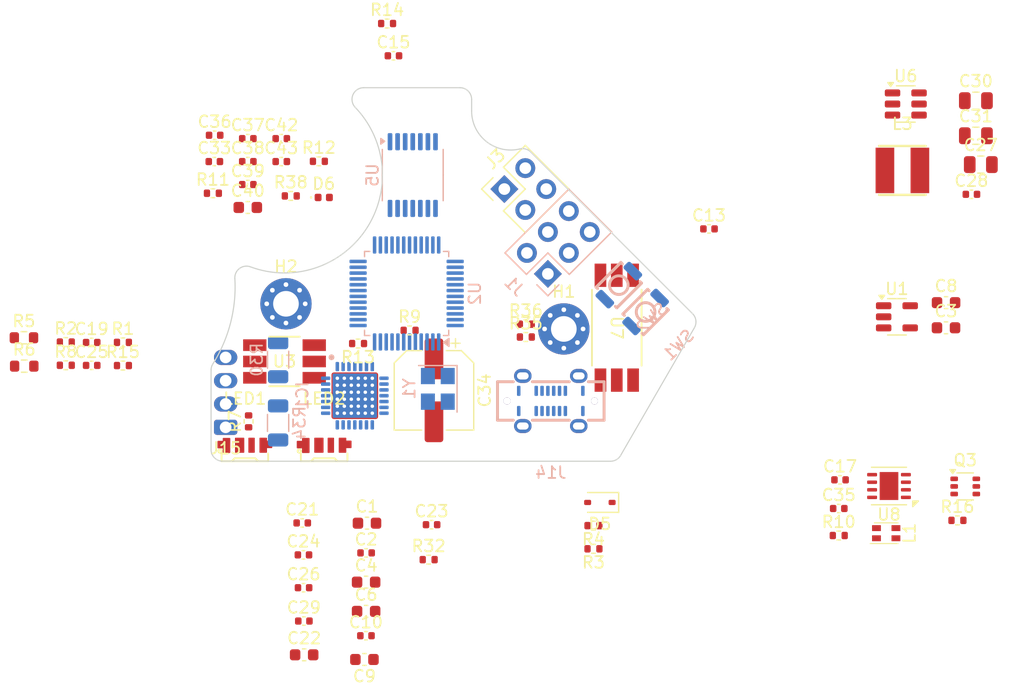
<source format=kicad_pcb>
(kicad_pcb (version 20241229) (generator "pcbnew") (generator_version "9.0")
  (layers (0 "F.Cu" signal) (4 "In1.Cu" signal) (6 "In2.Cu" signal) (2 "B.Cu" signal) (13 "F.Paste" user) (15 "B.Paste" user) (5 "F.SilkS" user "F.Silkscreen") (7 "B.SilkS" user "B.Silkscreen") (1 "F.Mask" user) (3 "B.Mask" user) (25 "Edge.Cuts" user))
  (net 0 "")
  (net 1 "GND")
  (net 2 "Net-(IC1-5VOUT)")
  (net 3 "Net-(IC1-CPI)")
  (net 4 "Net-(IC1-CPO)")
  (net 5 "Net-(IC1-VCP)")
  (net 6 "STEP_1_B2")
  (net 7 "STEP_1_B1")
  (net 8 "STEP_1_A2")
  (net 9 "STEP_1_A1")
  (net 10 "Net-(D5-A)")
  (net 11 "TMC_ENN")
  (net 12 "TMC_DIR")
  (net 13 "TMC_DIAG")
  (net 14 "TMC_UART")
  (net 15 "TMC_STEP")
  (net 21 "Net-(J14-CC2)")
  (net 22 "Net-(J14-CC1)")
  (net 23 "Net-(D6-A)")
  (net 24 "Net-(U2-PA11)")
  (net 25 "Net-(U2-PA12)")
  (net 26 "Net-(U2-PA2)")
  (net 28 "AS_SCK")
  (net 30 "DEBUG_SWO")
  (net 32 "TMC_BRB")
  (net 33 "TMC_BRA")
  (net 34 "USB_D-")
  (net 35 "USB_D+")
  (net 36 "CAN_TX")
  (net 37 "CAN_RX")
  (net 38 "Net-(Q3-S1)")
  (net 39 "CAN_H")
  (net 40 "CAN_L")
  (net 41 "VDC")
  (net 42 "+5V")
  (net 43 "+3V3")
  (net 45 "DEBUG_SWCLK")
  (net 46 "DEBUG_SWDIO")
  (net 47 "BOOT_0")
  (net 48 "BOOT_1")
  (net 49 "NRST")
  (net 50 "HSE_OSC_OUT")
  (net 51 "HSE_OSC_IN")
  (net 52 "AS_NSS")
  (net 53 "LED_0")
  (net 56 "Net-(U7-ANODE)")
  (net 57 "Net-(U3-ANODE)")
  (net 60 "CAN_TRM")
  (net 61 "Net-(U8-CANL)")
  (net 63 "ENDSTOP_Z")
  (net 64 "ENDSTOP_X")
  (net 66 "Net-(U8-CANH)")
  (net 69 "AS_MISO")
  (net 70 "AS_MOSI")
  (net 79 "Net-(U6-BST)")
  (net 80 "Net-(U6-SW)")
  (net 81 "LED_DIN")
  (net 82 "CAN_TRM_L")
  (net 83 "Net-(U3-OUTPUT)")
  (net 84 "Net-(U7-OUTPUT)")
  (net 85 "Net-(LED1-DOUT)")
  (net 86 "Net-(U2-PA4)")
  (footprint "Capacitor_SMD:C_0603_1608Metric" (layer "F.Cu") (at 156.74 113.11)
    (property "Reference" "C3" (at 0 -1.43 0) (layer "F.SilkS"))
    (property "Value" "1uF 16V")
    (pad "1" smd roundrect (at -0.775 0) (size 0.9 0.95) (layers "F.Cu" "F.Mask" "F.Paste") (net 42 "+5V"))
    (pad "2" smd roundrect (at 0.775 0) (size 0.9 0.95) (layers "F.Cu" "F.Mask" "F.Paste") (net 1 "GND"))
  )
  (footprint "Capacitor_SMD:C_0402_1005Metric" (layer "F.Cu") (at 109.345 89.76)
    (property "Reference" "C15" (at 0 -1.16 0) (layer "F.SilkS"))
    (property "Value" "0.1uF 50V")
    (pad "1" smd roundrect (at -0.48 0) (size 0.56 0.62) (layers "F.Cu" "F.Mask" "F.Paste") (net 1 "GND"))
    (pad "2" smd roundrect (at 0.48 0) (size 0.56 0.62) (layers "F.Cu" "F.Mask" "F.Paste") (net 43 "+3V3"))
  )
  (footprint "Capacitor_SMD:C_0402_1005Metric" (layer "F.Cu") (at 99.7225 98.84)
    (property "Reference" "C43" (at 0 -1.16 0) (layer "F.SilkS"))
    (property "Value" "16pF 50V")
    (pad "1" smd roundrect (at -0.48 0) (size 0.56 0.62) (layers "F.Cu" "F.Mask" "F.Paste") (net 50 "HSE_OSC_OUT"))
    (pad "2" smd roundrect (at 0.48 0) (size 0.56 0.62) (layers "F.Cu" "F.Mask" "F.Paste") (net 1 "GND"))
  )
  (footprint "Capacitor_SMD:C_0805_2012Metric" (layer "F.Cu") (at 159.725 99.1)
    (property "Reference" "C27" (at 0 -1.68 0) (layer "F.SilkS"))
    (property "Value" "10uF 50V")
    (pad "1" smd roundrect (at -0.95 0) (size 1 1.45) (layers "F.Cu" "F.Mask" "F.Paste") (net 41 "VDC"))
    (pad "2" smd roundrect (at 0.95 0) (size 1 1.45) (layers "F.Cu" "F.Mask" "F.Paste") (net 1 "GND"))
  )
  (footprint "Package_TO_SOT_SMD:SOT-363_SC-70-6" (layer "F.Cu") (at 158.39 126.725)
    (property "Reference" "Q3" (at 0 -2.25 0) (layer "F.SilkS"))
    (property "Value" "BSS138AKDW")
    (pad "1" smd roundrect (at -0.95 -0.65) (size 0.65 0.4) (layers "F.Cu" "F.Mask" "F.Paste") (net 38 "Net-(Q3-S1)"))
    (pad "2" smd roundrect (at -0.95 0) (size 0.65 0.4) (layers "F.Cu" "F.Mask" "F.Paste") (net 60 "CAN_TRM"))
    (pad "3" smd roundrect (at -0.95 0.65) (size 0.65 0.4) (layers "F.Cu" "F.Mask" "F.Paste") (net 82 "CAN_TRM_L"))
    (pad "4" smd roundrect (at 0.95 0.65) (size 0.65 0.4) (layers "F.Cu" "F.Mask" "F.Paste") (net 38 "Net-(Q3-S1)"))
    (pad "5" smd roundrect (at 0.95 0) (size 0.65 0.4) (layers "F.Cu" "F.Mask" "F.Paste") (net 60 "CAN_TRM"))
    (pad "6" smd roundrect (at 0.95 -0.65) (size 0.65 0.4) (layers "F.Cu" "F.Mask" "F.Paste") (net 39 "CAN_H"))
  )
  (footprint "Resistor_SMD:R_0402_1005Metric" (layer "F.Cu") (at 81.24 114.335)
    (property "Reference" "R2" (at 0 -1.17 0) (layer "F.SilkS"))
    (property "Value" "10K")
    (pad "1" smd roundrect (at -0.51 0) (size 0.54 0.64) (layers "F.Cu" "F.Mask" "F.Paste") (net 43 "+3V3"))
    (pad "2" smd roundrect (at 0.51 0) (size 0.54 0.64) (layers "F.Cu" "F.Mask" "F.Paste") (net 63 "ENDSTOP_Z"))
  )
  (footprint "Vortac:IND-SMD_L4.0-W4.0_FNR40XXS" (layer "F.Cu") (at 153 99.6)
    (property "Reference" "L3" (at 0 -4 0) (layer "F.SilkS"))
    (property "Value" "4.7uH")
    (pad "1" smd rect (at -1.5 0) (size 1.6 3.9) (layers "F.Cu" "F.Mask" "F.Paste") (net 80 "Net-(U6-SW)"))
    (pad "2" smd rect (at 1.5 0) (size 1.6 3.9) (layers "F.Cu" "F.Mask" "F.Paste") (net 42 "+5V"))
  )
  (footprint "Vortac:Motor_Hand_Wire_pads" (layer "F.Cu") (at 94.95 121.65 180)
    (property "Reference" "J15" (at 0 -1.8 180) (layer "F.SilkS"))
    (property "Value" "STEPPER")
    (pad "1" thru_hole roundrect (at 0 0 180) (size 2 1.3) (drill 1) (layers "*.Cu" "*.Mask") (roundrect_rratio 0.192308) (net 8 "STEP_1_A2"))
    (pad "2" thru_hole oval (at 0 2 180) (size 2 1.3) (drill 1) (layers "*.Cu" "*.Mask") (net 9 "STEP_1_A1"))
    (pad "3" thru_hole oval (at 0 4 180) (size 2 1.3) (drill 1) (layers "*.Cu" "*.Mask") (net 7 "STEP_1_B1"))
    (pad "4" thru_hole oval (at 0 6 180) (size 2 1.3) (drill 1) (layers "*.Cu" "*.Mask") (net 6 "STEP_1_B2"))
  )
  (footprint "Capacitor_SMD:CP_Elec_6.3x7.7" (layer "F.Cu") (at 112.82 118.48 -90)
    (property "Reference" "C34" (at 0 -4.35 270) (layer "F.SilkS"))
    (property "Value" "100uF 35V")
    (pad "1" smd roundrect (at -2.7 0 270) (size 3.5 1.6) (layers "F.Cu" "F.Mask" "F.Paste") (roundrect_rratio 0.15625) (net 41 "VDC"))
    (pad "2" smd roundrect (at 2.7 0 270) (size 3.5 1.6) (layers "F.Cu" "F.Mask" "F.Paste") (roundrect_rratio 0.15625) (net 1 "GND"))
  )
  (footprint "Capacitor_SMD:C_0402_1005Metric" (layer "F.Cu") (at 112.615 130.01)
    (property "Reference" "C23" (at 0 -1.16 0) (layer "F.SilkS"))
    (property "Value" "22nF 50V")
    (pad "1" smd roundrect (at -0.48 0) (size 0.56 0.62) (layers "F.Cu" "F.Mask" "F.Paste") (net 3 "Net-(IC1-CPI)"))
    (pad "2" smd roundrect (at 0.48 0) (size 0.56 0.62) (layers "F.Cu" "F.Mask" "F.Paste") (net 4 "Net-(IC1-CPO)"))
  )
  (footprint "Capacitor_SMD:C_0603_1608Metric" (layer "F.Cu") (at 156.745 110.95)
    (property "Reference" "C8" (at 0 -1.43 0) (layer "F.SilkS"))
    (property "Value" "1uF 16V")
    (pad "1" smd roundrect (at -0.775 0) (size 0.9 0.95) (layers "F.Cu" "F.Mask" "F.Paste") (net 43 "+3V3"))
    (pad "2" smd roundrect (at 0.775 0) (size 0.9 0.95) (layers "F.Cu" "F.Mask" "F.Paste") (net 1 "GND"))
  )
  (footprint "Resistor_SMD:R_0402_1005Metric" (layer "F.Cu") (at 157.72 129.64)
    (property "Reference" "R16" (at 0 -1.17 0) (layer "F.SilkS"))
    (property "Value" "10K")
    (pad "1" smd roundrect (at -0.51 0) (size 0.54 0.64) (layers "F.Cu" "F.Mask" "F.Paste") (net 43 "+3V3"))
    (pad "2" smd roundrect (at 0.51 0) (size 0.54 0.64) (layers "F.Cu" "F.Mask" "F.Paste") (net 60 "CAN_TRM"))
  )
  (footprint "Capacitor_SMD:C_0402_1005Metric" (layer "F.Cu") (at 99.7225 96.87)
    (property "Reference" "C42" (at 0 -1.16 0) (layer "F.SilkS"))
    (property "Value" "16pF 50V")
    (pad "1" smd roundrect (at -0.48 0) (size 0.56 0.62) (layers "F.Cu" "F.Mask" "F.Paste") (net 51 "HSE_OSC_IN"))
    (pad "2" smd roundrect (at 0.48 0) (size 0.56 0.62) (layers "F.Cu" "F.Mask" "F.Paste") (net 1 "GND"))
  )
  (footprint "Capacitor_SMD:C_0805_2012Metric" (layer "F.Cu") (at 159.3025 96.625)
    (property "Reference" "C31" (at 0 -1.68 0) (layer "F.SilkS"))
    (property "Value" "22uF 16V")
    (pad "1" smd roundrect (at -0.95 0) (size 1 1.45) (layers "F.Cu" "F.Mask" "F.Paste") (net 42 "+5V"))
    (pad "2" smd roundrect (at 0.95 0) (size 1 1.45) (layers "F.Cu" "F.Mask" "F.Paste") (net 1 "GND"))
  )
  (footprint "Capacitor_SMD:C_0402_1005Metric" (layer "F.Cu") (at 147.65 126.16)
    (property "Reference" "C17" (at 0 -1.16 0) (layer "F.SilkS"))
    (property "Value" "0.1uF 50V")
    (pad "1" smd roundrect (at -0.48 0) (size 0.56 0.62) (layers "F.Cu" "F.Mask" "F.Paste") (net 42 "+5V"))
    (pad "2" smd roundrect (at 0.48 0) (size 0.56 0.62) (layers "F.Cu" "F.Mask" "F.Paste") (net 1 "GND"))
  )
  (footprint "Resistor_SMD:R_0402_1005Metric" (layer "F.Cu") (at 147.54 130.94)
    (property "Reference" "R10" (at 0 -1.17 0) (layer "F.SilkS"))
    (property "Value" "110R")
    (pad "1" smd roundrect (at -0.51 0) (size 0.54 0.64) (layers "F.Cu" "F.Mask" "F.Paste") (net 40 "CAN_L"))
    (pad "2" smd roundrect (at 0.51 0) (size 0.54 0.64) (layers "F.Cu" "F.Mask" "F.Paste") (net 82 "CAN_TRM_L"))
  )
  (footprint "Capacitor_SMD:C_0402_1005Metric" (layer "F.Cu") (at 136.41 104.62)
    (property "Reference" "C13" (at 0 -1.16 0) (layer "F.SilkS"))
    (property "Value" "0.1uF 50V")
    (pad "1" smd roundrect (at -0.48 0) (size 0.56 0.62) (layers "F.Cu" "F.Mask" "F.Paste") (net 49 "NRST"))
    (pad "2" smd roundrect (at 0.48 0) (size 0.56 0.62) (layers "F.Cu" "F.Mask" "F.Paste") (net 1 "GND"))
  )
  (footprint "Resistor_SMD:R_0402_1005Metric" (layer "F.Cu") (at 112.365 133.01)
    (property "Reference" "R32" (at 0 -1.17 0) (layer "F.SilkS"))
    (property "Value" "10K")
    (pad "1" smd roundrect (at -0.51 0) (size 0.54 0.64) (layers "F.Cu" "F.Mask" "F.Paste") (net 11 "TMC_ENN"))
    (pad "2" smd roundrect (at 0.51 0) (size 0.54 0.64) (layers "F.Cu" "F.Mask" "F.Paste") (net 43 "+3V3"))
  )
  (footprint "Capacitor_SMD:C_0603_1608Metric" (layer "F.Cu") (at 107 134.94)
    (property "Reference" "C4" (at 0 -1.43 0) (layer "F.SilkS"))
    (property "Value" "470pF 100V")
    (pad "1" smd roundrect (at -0.775 0) (size 0.9 0.95) (layers "F.Cu" "F.Mask" "F.Paste") (net 9 "STEP_1_A1"))
    (pad "2" smd roundrect (at 0.775 0) (size 0.9 0.95) (layers "F.Cu" "F.Mask" "F.Paste") (net 1 "GND"))
  )
  (footprint "Resistor_SMD:R_0402_1005Metric" (layer "F.Cu") (at 120.7 112.8)
    (property "Reference" "R36" (at 0 -1.17 0) (layer "F.SilkS"))
    (property "Value" "22R")
    (pad "1" smd roundrect (at -0.51 0) (size 0.54 0.64) (layers "F.Cu" "F.Mask" "F.Paste") (net 35 "USB_D+"))
    (pad "2" smd roundrect (at 0.51 0) (size 0.54 0.64) (layers "F.Cu" "F.Mask" "F.Paste") (net 25 "Net-(U2-PA12)"))
  )
  (footprint "Resistor_SMD:R_0603_1608Metric" (layer "F.Cu") (at 77.675 116.4)
    (property "Reference" "R6" (at 0 -1.43 0) (layer "F.SilkS"))
    (property "Value" "330R")
    (pad "1" smd roundrect (at -0.825 0) (size 0.8 0.95) (layers "F.Cu" "F.Mask" "F.Paste") (net 42 "+5V"))
    (pad "2" smd roundrect (at 0.825 0) (size 0.8 0.95) (layers "F.Cu" "F.Mask" "F.Paste") (net 57 "Net-(U3-ANODE)"))
  )
  (footprint "Resistor_SMD:R_0603_1608Metric" (layer "F.Cu") (at 77.65 113.965)
    (property "Reference" "R5" (at 0 -1.43 0) (layer "F.SilkS"))
    (property "Value" "330R")
    (pad "1" smd roundrect (at -0.825 0) (size 0.8 0.95) (layers "F.Cu" "F.Mask" "F.Paste") (net 42 "+5V"))
    (pad "2" smd roundrect (at 0.825 0) (size 0.8 0.95) (layers "F.Cu" "F.Mask" "F.Paste") (net 56 "Net-(U7-ANODE)"))
  )
  (footprint "Resistor_SMD:R_0402_1005Metric" (layer "F.Cu") (at 106.31 114.46 180)
    (property "Reference" "R13" (at 0 -1.17 180) (layer "F.SilkS"))
    (property "Value" "1K")
    (pad "1" smd roundrect (at -0.51 0 180) (size 0.54 0.64) (layers "F.Cu" "F.Mask" "F.Paste") (net 26 "Net-(U2-PA2)"))
    (pad "2" smd roundrect (at 0.51 0 180) (size 0.54 0.64) (layers "F.Cu" "F.Mask" "F.Paste") (net 14 "TMC_UART"))
  )
  (footprint "Resistor_SMD:R_0402_1005Metric" (layer "F.Cu") (at 120.7 113.9)
    (property "Reference" "R35" (at 0 -1.17 0) (layer "F.SilkS"))
    (property "Value" "22R")
    (pad "1" smd roundrect (at -0.51 0) (size 0.54 0.64) (layers "F.Cu" "F.Mask" "F.Paste") (net 34 "USB_D-"))
    (pad "2" smd roundrect (at 0.51 0) (size 0.54 0.64) (layers "F.Cu" "F.Mask" "F.Paste") (net 24 "Net-(U2-PA11)"))
  )
  (footprint "Package_TO_SOT_SMD:TSOT-23-6" (layer "F.Cu") (at 153.29 93.9)
    (property "Reference" "U6" (at 0 -2.4 0) (layer "F.SilkS"))
    (property "Value" "AP63205WU")
    (pad "1" smd roundrect (at -1.1375 -0.95) (size 1.325 0.6) (layers "F.Cu" "F.Mask" "F.Paste") (net 42 "+5V"))
    (pad "2" smd roundrect (at -1.1375 0) (size 1.325 0.6) (layers "F.Cu" "F.Mask" "F.Paste") (net 41 "VDC"))
    (pad "3" smd roundrect (at -1.1375 0.95) (size 1.325 0.6) (layers "F.Cu" "F.Mask" "F.Paste") (net 41 "VDC"))
    (pad "4" smd roundrect (at 1.1375 0.95) (size 1.325 0.6) (layers "F.Cu" "F.Mask" "F.Paste") (net 1 "GND"))
    (pad "5" smd roundrect (at 1.1375 0) (size 1.325 0.6) (layers "F.Cu" "F.Mask" "F.Paste") (net 80 "Net-(U6-SW)"))
    (pad "6" smd roundrect (at 1.1375 -0.95) (size 1.325 0.6) (layers "F.Cu" "F.Mask" "F.Paste") (net 79 "Net-(U6-BST)"))
  )
  (footprint "Resistor_SMD:R_0402_1005Metric" (layer "F.Cu") (at 93.8575 101.56)
    (property "Reference" "R11" (at 0 -1.17 0) (layer "F.SilkS"))
    (property "Value" "10K")
    (pad "1" smd roundrect (at -0.51 0) (size 0.54 0.64) (layers "F.Cu" "F.Mask" "F.Paste") (net 47 "BOOT_0"))
    (pad "2" smd roundrect (at 0.51 0) (size 0.54 0.64) (layers "F.Cu" "F.Mask" "F.Paste") (net 1 "GND"))
  )
  (footprint "Resistor_SMD:R_0402_1005Metric" (layer "F.Cu") (at 108.8 86.99)
    (property "Reference" "R14" (at 0 -1.17 0) (layer "F.SilkS"))
    (property "Value" "10K")
    (pad "1" smd roundrect (at -0.51 0) (size 0.54 0.64) (layers "F.Cu" "F.Mask" "F.Paste") (net 52 "AS_NSS"))
    (pad "2" smd roundrect (at 0.51 0) (size 0.54 0.64) (layers "F.Cu" "F.Mask" "F.Paste") (net 43 "+3V3"))
  )
  (footprint "Capacitor_SMD:C_0402_1005Metric" (layer "F.Cu") (at 83.46 116.335)
    (property "Reference" "C25" (at 0 -1.16 0) (layer "F.SilkS"))
    (property "Value" "0.1uF 50V")
    (pad "1" smd roundrect (at -0.48 0) (size 0.56 0.62) (layers "F.Cu" "F.Mask" "F.Paste") (net 1 "GND"))
    (pad "2" smd roundrect (at 0.48 0) (size 0.56 0.62) (layers "F.Cu" "F.Mask" "F.Paste") (net 64 "ENDSTOP_X"))
  )
  (footprint "Capacitor_SMD:C_0402_1005Metric" (layer "F.Cu") (at 94.0075 96.58)
    (property "Reference" "C36" (at 0 -1.16 0) (layer "F.SilkS"))
    (property "Value" "0.1uF 50V")
    (pad "1" smd roundrect (at -0.48 0) (size 0.56 0.62) (layers "F.Cu" "F.Mask" "F.Paste") (net 1 "GND"))
    (pad "2" smd roundrect (at 0.48 0) (size 0.56 0.62) (layers "F.Cu" "F.Mask" "F.Paste") (net 43 "+3V3"))
  )
  (footprint "Resistor_SMD:R_0402_1005Metric" (layer "F.Cu") (at 86.14 116.35)
    (property "Reference" "R15" (at 0 -1.17 0) (layer "F.SilkS"))
    (property "Value" "1K")
    (pad "1" smd roundrect (at -0.51 0) (size 0.54 0.64) (layers "F.Cu" "F.Mask" "F.Paste") (net 64 "ENDSTOP_X"))
    (pad "2" smd roundrect (at 0.51 0) (size 0.54 0.64) (layers "F.Cu" "F.Mask" "F.Paste") (net 84 "Net-(U7-OUTPUT)"))
  )
  (footprint "Capacitor_SMD:C_0603_1608Metric" (layer "F.Cu") (at 101.685 141.18)
    (property "Reference" "C22" (at 0 -1.43 0) (layer "F.SilkS"))
    (property "Value" "4.7uF 50V")
    (pad "1" smd roundrect (at -0.775 0) (size 0.9 0.95) (layers "F.Cu" "F.Mask" "F.Paste") (net 2 "Net-(IC1-5VOUT)"))
    (pad "2" smd roundrect (at 0.775 0) (size 0.9 0.95) (layers "F.Cu" "F.Mask" "F.Paste") (net 1 "GND"))
  )
  (footprint "Vortac:SENSOR_EE-SX3350_OMR" (layer "F.Cu") (at 128.5 113.1 -90)
    (property "Reference" "U7" (at 0 0 270) (layer "F.SilkS"))
    (property "Value" "EE-SX3350")
    (pad "1" smd rect (at -4.499999 -1.4 270) (size 2 1) (layers "F.Cu" "F.Mask" "F.Paste") (net 56 "Net-(U7-ANODE)"))
    (pad "2" smd rect (at -4.499999 0 270) (size 2 1) (layers "F.Cu" "F.Mask" "F.Paste") (net 1 "GND"))
    (pad "3" smd rect (at -4.499999 1.4 270) (size 2 1) (layers "F.Cu" "F.Mask" "F.Paste") (net 1 "GND"))
    (pad "4" smd rect (at 4.499999 1.4 270) (size 2 1) (layers "F.Cu" "F.Mask" "F.Paste") (net 42 "+5V"))
    (pad "5" smd rect (at 4.499999 0 270) (size 2 1) (layers "F.Cu" "F.Mask" "F.Paste") (net 84 "Net-(U7-OUTPUT)"))
    (pad "6" smd rect (at 4.499999 -1.4 270) (size 2 1) (layers "F.Cu" "F.Mask" "F.Paste") (net 1 "GND"))
  )
  (footprint "Resistor_SMD:R_0402_1005Metric" (layer "F.Cu") (at 81.24 116.325)
    (property "Reference" "R8" (at 0 -1.17 0) (layer "F.SilkS"))
    (property "Value" "10K")
    (pad "1" smd roundrect (at -0.51 0) (size 0.54 0.64) (layers "F.Cu" "F.Mask" "F.Paste") (net 43 "+3V3"))
    (pad "2" smd roundrect (at 0.51 0) (size 0.54 0.64) (layers "F.Cu" "F.Mask" "F.Paste") (net 64 "ENDSTOP_X"))
  )
  (footprint "Resistor_SMD:R_0402_1005Metric" (layer "F.Cu") (at 86.14 114.36)
    (property "Reference" "R1" (at 0 -1.17 0) (layer "F.SilkS"))
    (property "Value" "1K")
    (pad "1" smd roundrect (at -0.51 0) (size 0.54 0.64) (layers "F.Cu" "F.Mask" "F.Paste") (net 63 "ENDSTOP_Z"))
    (pad "2" smd roundrect (at 0.51 0) (size 0.54 0.64) (layers "F.Cu" "F.Mask" "F.Paste") (net 83 "Net-(U3-OUTPUT)"))
  )
  (footprint "Capacitor_SMD:C_0402_1005Metric" (layer "F.Cu") (at 101.635 135.42)
    (property "Reference" "C26" (at 0 -1.16 0) (layer "F.SilkS"))
    (property "Value" "0.1uF 50V")
    (pad "1" smd roundrect (at -0.48 0) (size 0.56 0.62) (layers "F.Cu" "F.Mask" "F.Paste") (net 1 "GND"))
    (pad "2" smd roundrect (at 0.48 0) (size 0.56 0.62) (layers "F.Cu" "F.Mask" "F.Paste") (net 41 "VDC"))
  )
  (footprint "MountingHole:MountingHole_2.2mm_M2_Pad_Via" (layer "F.Cu") (at 123.958274 113.208274)
    (property "Reference" "H1" (at 0 -3.2 0) (layer "F.SilkS"))
    (property "Value" "MountingHole_Pad")
    (pad "1" thru_hole circle (at -1.65 0) (size 0.7 0.7) (drill 0.4) (layers "*.Cu" "*.Mask") (net 1 "GND"))
    (pad "1" thru_hole circle (at -1.166726 -1.166726) (size 0.7 0.7) (drill 0.4) (layers "*.Cu" "*.Mask") (net 1 "GND"))
    (pad "1" thru_hole circle (at -1.166726 1.166726) (size 0.7 0.7) (drill 0.4) (layers "*.Cu" "*.Mask") (net 1 "GND"))
    (pad "1" thru_hole circle (at 0 -1.65) (size 0.7 0.7) (drill 0.4) (layers "*.Cu" "*.Mask") (net 1 "GND"))
    (pad "1" thru_hole circle (at 0 0) (size 4.4 4.4) (drill 2.2) (layers "*.Cu" "*.Mask") (net 1 "GND"))
    (pad "1" thru_hole circle (at 0 1.65) (size 0.7 0.7) (drill 0.4) (layers "*.Cu" "*.Mask") (net 1 "GND"))
    (pad "1" thru_hole circle (at 1.166726 -1.166726) (size 0.7 0.7) (drill 0.4) (layers "*.Cu" "*.Mask") (net 1 "GND"))
    (pad "1" thru_hole circle (at 1.166726 1.166726) (size 0.7 0.7) (drill 0.4) (layers "*.Cu" "*.Mask") (net 1 "GND"))
    (pad "1" thru_hole circle (at 1.65 0) (size 0.7 0.7) (drill 0.4) (layers "*.Cu" "*.Mask") (net 1 "GND"))
  )
  (footprint "MountingHole:MountingHole_2.2mm_M2_Pad_Via" (layer "F.Cu") (at 100.125 111.05)
    (property "Reference" "H2" (at 0 -3.2 0) (layer "F.SilkS"))
    (property "Value" "MountingHole_Pad")
    (pad "1" thru_hole circle (at -1.65 0) (size 0.7 0.7) (drill 0.4) (layers "*.Cu" "*.Mask") (net 1 "GND"))
    (pad "1" thru_hole circle (at -1.166726 -1.166726) (size 0.7 0.7) (drill 0.4) (layers "*.Cu" "*.Mask") (net 1 "GND"))
    (pad "1" thru_hole circle (at -1.166726 1.166726) (size 0.7 0.7) (drill 0.4) (layers "*.Cu" "*.Mask") (net 1 "GND"))
    (pad "1" thru_hole circle (at 0 -1.65) (size 0.7 0.7) (drill 0.4) (layers "*.Cu" "*.Mask") (net 1 "GND"))
    (pad "1" thru_hole circle (at 0 0) (size 4.4 4.4) (drill 2.2) (layers "*.Cu" "*.Mask") (net 1 "GND"))
    (pad "1" thru_hole circle (at 0 1.65) (size 0.7 0.7) (drill 0.4) (layers "*.Cu" "*.Mask") (net 1 "GND"))
    (pad "1" thru_hole circle (at 1.166726 -1.166726) (size 0.7 0.7) (drill 0.4) (layers "*.Cu" "*.Mask") (net 1 "GND"))
    (pad "1" thru_hole circle (at 1.166726 1.166726) (size 0.7 0.7) (drill 0.4) (layers "*.Cu" "*.Mask") (net 1 "GND"))
    (pad "1" thru_hole circle (at 1.65 0) (size 0.7 0.7) (drill 0.4) (layers "*.Cu" "*.Mask") (net 1 "GND"))
  )
  (footprint "Package_TO_SOT_SMD:SOT-23-5" (layer "F.Cu") (at 152.53 112.1675)
    (property "Reference" "U1" (at 0 -2.4 0) (layer "F.SilkS"))
    (property "Value" "TLV73333PDBV")
    (pad "1" smd roundrect (at -1.1375 -0.95) (size 1.325 0.6) (layers "F.Cu" "F.Mask" "F.Paste") (net 42 "+5V"))
    (pad "2" smd roundrect (at -1.1375 0) (size 1.325 0.6) (layers "F.Cu" "F.Mask" "F.Paste") (net 1 "GND"))
    (pad "3" smd roundrect (at -1.1375 0.95) (size 1.325 0.6) (layers "F.Cu" "F.Mask" "F.Paste") (net 42 "+5V"))
    (pad "4" smd roundrect (at 1.1375 0.95) (size 1.325 0.6) (layers "F.Cu" "F.Mask" "F.Paste"))
    (pad "5" smd roundrect (at 1.1375 -0.95) (size 1.325 0.6) (layers "F.Cu" "F.Mask" "F.Paste") (net 43 "+3V3"))
  )
  (footprint "Capacitor_SMD:C_0402_1005Metric" (layer "F.Cu") (at 101.52 129.86)
    (property "Reference" "C21" (at 0 -1.16 0) (layer "F.SilkS"))
    (property "Value" "0.1uF 50V")
    (pad "1" smd roundrect (at -0.48 0) (size 0.56 0.62) (layers "F.Cu" "F.Mask" "F.Paste") (net 43 "+3V3"))
    (pad "2" smd roundrect (at 0.48 0) (size 0.56 0.62) (layers "F.Cu" "F.Mask" "F.Paste") (net 1 "GND"))
  )
  (footprint "Capacitor_SMD:C_0805_2012Metric" (layer "F.Cu") (at 159.3025 93.615)
    (property "Reference" "C30" (at 0 -1.68 0) (layer "F.SilkS"))
    (property "Value" "22uF 16V")
    (pad "1" smd roundrect (at -0.95 0) (size 1 1.45) (layers "F.Cu" "F.Mask" "F.Paste") (net 42 "+5V"))
    (pad "2" smd roundrect (at 0.95 0) (size 1 1.45) (layers "F.Cu" "F.Mask" "F.Paste") (net 1 "GND"))
  )
  (footprint "Capacitor_SMD:C_0603_1608Metric" (layer "F.Cu") (at 107 137.45)
    (property "Reference" "C6" (at 0 -1.43 0) (layer "F.SilkS"))
    (property "Value" "470pF 100V")
    (pad "1" smd roundrect (at -0.775 0) (size 0.9 0.95) (layers "F.Cu" "F.Mask" "F.Paste") (net 7 "STEP_1_B1"))
    (pad "2" smd roundrect (at 0.775 0) (size 0.9 0.95) (layers "F.Cu" "F.Mask" "F.Paste") (net 1 "GND"))
  )
  (footprint "Capacitor_SMD:C_0402_1005Metric" (layer "F.Cu") (at 93.9825 98.84)
    (property "Reference" "C33" (at 0 -1.16 0) (layer "F.SilkS"))
    (property "Value" "0.1uF 50V")
    (pad "1" smd roundrect (at -0.48 0) (size 0.56 0.62) (layers "F.Cu" "F.Mask" "F.Paste") (net 1 "GND"))
    (pad "2" smd roundrect (at 0.48 0) (size 0.56 0.62) (layers "F.Cu" "F.Mask" "F.Paste") (net 43 "+3V3"))
  )
  (footprint "Diode_SMD:D_SOD-323" (layer "F.Cu") (at 127.05 128.1 180)
    (property "Reference" "D5" (at 0 -1.85 180) (layer "F.SilkS"))
    (property "Value" "D_Schottky")
    (pad "1" smd roundrect (at -1.05 0 180) (size 0.6 0.45) (layers "F.Cu" "F.Mask" "F.Paste") (net 42 "+5V"))
    (pad "2" smd roundrect (at 1.05 0 180) (size 0.6 0.45) (layers "F.Cu" "F.Mask" "F.Paste") (net 10 "Net-(D5-A)"))
  )
  (footprint "Capacitor_SMD:C_0402_1005Metric" (layer "F.Cu") (at 147.54 128.62)
    (property "Reference" "C35" (at 0 -1.16 0) (layer "F.SilkS"))
    (property "Value" "0.1uF 50V")
    (pad "1" smd roundrect (at -0.48 0) (size 0.56 0.62) (layers "F.Cu" "F.Mask" "F.Paste") (net 43 "+3V3"))
    (pad "2" smd roundrect (at 0.48 0) (size 0.56 0.62) (layers "F.Cu" "F.Mask" "F.Paste") (net 1 "GND"))
  )
  (footprint "Resistor_SMD:R_0402_1005Metric" (layer "F.Cu") (at 126.5 132.08 180)
    (property "Reference" "R3" (at 0 -1.17 180) (layer "F.SilkS"))
    (property "Value" "5.12K")
    (pad "1" smd roundrect (at -0.51 0 180) (size 0.54 0.64) (layers "F.Cu" "F.Mask" "F.Paste") (net 1 "GND"))
    (pad "2" smd roundrect (at 0.51 0 180) (size 0.54 0.64) (layers "F.Cu" "F.Mask" "F.Paste") (net 21 "Net-(J14-CC2)"))
  )
  (footprint "Resistor_SMD:R_0402_1005Metric" (layer "F.Cu") (at 102.9475 98.82)
    (property "Reference" "R12" (at 0 -1.17 0) (layer "F.SilkS"))
    (property "Value" "10K")
    (pad "1" smd roundrect (at -0.51 0) (size 0.54 0.64) (layers "F.Cu" "F.Mask" "F.Paste") (net 48 "BOOT_1"))
    (pad "2" smd roundrect (at 0.51 0) (size 0.54 0.64) (layers "F.Cu" "F.Mask" "F.Paste") (net 1 "GND"))
  )
  (footprint "Resistor_SMD:R_0402_1005Metric" (layer "F.Cu") (at 96.92 121.14 90)
    (property "Reference" "R7" (at 0 -1.17 90) (layer "F.SilkS"))
    (property "Value" "100R")
    (pad "1" smd roundrect (at -0.51 0 90) (size 0.54 0.64) (layers "F.Cu" "F.Mask" "F.Paste") (net 81 "LED_DIN"))
    (pad "2" smd roundrect (at 0.51 0 90) (size 0.54 0.64) (layers "F.Cu" "F.Mask" "F.Paste") (net 86 "Net-(U2-PA4)"))
  )
  (footprint "Capacitor_SMD:C_0603_1608Metric" (layer "F.Cu") (at 106.855 141.58 180)
    (property "Reference" "C9" (at 0 -1.43 180) (layer "F.SilkS"))
    (property "Value" "470pF 100V")
    (pad "1" smd roundrect (at -0.775 0 180) (size 0.9 0.95) (layers "F.Cu" "F.Mask" "F.Paste") (net 6 "STEP_1_B2"))
    (pad "2" smd roundrect (at 0.775 0 180) (size 0.9 0.95) (layers "F.Cu" "F.Mask" "F.Paste") (net 1 "GND"))
  )
  (footprint "Vortac:LED-SMD_4P-L4.0-W1.6-L" (layer "F.Cu") (at 96.6 123.2)
    (property "Reference" "LED1" (at 0 -4.01 0) (layer "F.SilkS"))
    (property "Value" "SK6812SIDE-A-RVS")
    (pad "1" smd custom (at -1.8 0.01) (size 0.01 0.01) (layers "F.Cu" "F.Mask" "F.Paste") (net 81 "LED_DIN") (options (clearance outline) (anchor circle)) (primitives (gr_poly (pts (xy 0.5 -0.6) (xy 0.5 0.6) (xy -0.05 0.6) (xy -0.05 0.2) (xy -0.5 0.2) (xy -0.5 -0.35) (xy -0.05 -0.35) (xy -0.05 -0.6)) (width 0.1) (fill yes))))
    (pad "2" smd custom (at -0.45 -0.01) (size 0.01 0.01) (layers "F.Cu" "F.Mask" "F.Paste") (net 42 "+5V") (options (clearance outline) (anchor circle)) (primitives (gr_poly (pts (xy -0.35 -0.6) (xy -0.35 0.6) (xy 0.35 0.6) (xy 0.35 -0.6)) (width 0.1) (fill yes))))
    (pad "3" smd custom (at 0.57 -0.01) (size 0.01 0.01) (layers "F.Cu" "F.Mask" "F.Paste") (net 85 "Net-(LED1-DOUT)") (options (clearance outline) (anchor circle)) (primitives (gr_poly (pts (xy -0.22 0.6) (xy 0.23 0.6) (xy 0.23 -0.6) (xy -0.22 -0.6)) (width 0.1) (fill yes))))
    (pad "4" smd custom (at 1.8 -0.01) (size 0.01 0.01) (layers "F.Cu" "F.Mask" "F.Paste") (net 1 "GND") (options (clearance outline) (anchor circle)) (primitives (gr_poly (pts (xy -0.5 -0.6) (xy -0.5 0.6) (xy 0.05 0.6) (xy 0.05 0.2) (xy 0.5 0.2) (xy 0.5 -0.35) (xy 0.05 -0.35) (xy 0.05 -0.6)) (width 0.1) (fill yes))))
  )
  (footprint "Capacitor_SMD:C_0402_1005Metric" (layer "F.Cu") (at 101.625 132.6)
    (property "Reference" "C24" (at 0 -1.16 0) (layer "F.SilkS"))
    (property "Value" "0.1uF 50V")
    (pad "1" smd roundrect (at -0.48 0) (size 0.56 0.62) (layers "F.Cu" "F.Mask" "F.Paste") (net 5 "Net-(IC1-VCP)"))
    (pad "2" smd roundrect (at 0.48 0) (size 0.56 0.62) (layers "F.Cu" "F.Mask" "F.Paste") (net 41 "VDC"))
  )
  (footprint "Vortac:LED-SMD_4P-L4.0-W1.6-L" (layer "F.Cu") (at 103.4 123.2)
    (property "Reference" "LED2" (at 0 -4.01 0) (layer "F.SilkS"))
    (property "Value" "SK6812SIDE-A-RVS")
    (pad "1" smd custom (at -1.8 0.01) (size 0.01 0.01) (layers "F.Cu" "F.Mask" "F.Paste") (net 85 "Net-(LED1-DOUT)") (options (clearance outline) (anchor circle)) (primitives (gr_poly (pts (xy 0.5 -0.6) (xy 0.5 0.6) (xy -0.05 0.6) (xy -0.05 0.2) (xy -0.5 0.2) (xy -0.5 -0.35) (xy -0.05 -0.35) (xy -0.05 -0.6)) (width 0.1) (fill yes))))
    (pad "2" smd custom (at -0.45 -0.01) (size 0.01 0.01) (layers "F.Cu" "F.Mask" "F.Paste") (net 42 "+5V") (options (clearance outline) (anchor circle)) (primitives (gr_poly (pts (xy -0.35 -0.6) (xy -0.35 0.6) (xy 0.35 0.6) (xy 0.35 -0.6)) (width 0.1) (fill yes))))
    (pad "3" smd custom (at 0.57 -0.01) (size 0.01 0.01) (layers "F.Cu" "F.Mask" "F.Paste") (options (clearance outline) (anchor circle)) (primitives (gr_poly (pts (xy -0.22 0.6) (xy 0.23 0.6) (xy 0.23 -0.6) (xy -0.22 -0.6)) (width 0.1) (fill yes))))
    (pad "4" smd custom (at 1.8 -0.01) (size 0.01 0.01) (layers "F.Cu" "F.Mask" "F.Paste") (net 1 "GND") (options (clearance outline) (anchor circle)) (primitives (gr_poly (pts (xy -0.5 -0.6) (xy -0.5 0.6) (xy 0.05 0.6) (xy 0.05 0.2) (xy 0.5 0.2) (xy 0.5 -0.35) (xy 0.05 -0.35) (xy 0.05 -0.6)) (width 0.1) (fill yes))))
  )
  (footprint "Resistor_SMD:R_0402_1005Metric" (layer "F.Cu") (at 126.5 130.09 180)
    (property "Reference" "R4" (at 0 -1.17 180) (layer "F.SilkS"))
    (property "Value" "5.12K")
    (pad "1" smd roundrect (at -0.51 0 180) (size 0.54 0.64) (layers "F.Cu" "F.Mask" "F.Paste") (net 1 "GND"))
    (pad "2" smd roundrect (at 0.51 0 180) (size 0.54 0.64) (layers "F.Cu" "F.Mask" "F.Paste") (net 22 "Net-(J14-CC1)"))
  )
  (footprint "Capacitor_SMD:C_0402_1005Metric" (layer "F.Cu") (at 96.8525 96.87)
    (property "Reference" "C37" (at 0 -1.16 0) (layer "F.SilkS"))
    (property "Value" "0.1uF 50V")
    (pad "1" smd roundrect (at -0.48 0) (size 0.56 0.62) (layers "F.Cu" "F.Mask" "F.Paste") (net 1 "GND"))
    (pad "2" smd roundrect (at 0.48 0) (size 0.56 0.62) (layers "F.Cu" "F.Mask" "F.Paste") (net 43 "+3V3"))
  )
  (footprint "Resistor_SMD:R_0402_1005Metric" (layer "F.Cu") (at 100.5375 101.79)
    (property "Reference" "R38" (at 0 -1.17 0) (layer "F.SilkS"))
    (property "Value" "22R")
    (pad "1" smd roundrect (at -0.51 0) (size 0.54 0.64) (layers "F.Cu" "F.Mask" "F.Paste") (net 23 "Net-(D6-A)"))
    (pad "2" smd roundrect (at 0.51 0) (size 0.54 0.64) (layers "F.Cu" "F.Mask" "F.Paste") (net 53 "LED_0"))
  )
  (footprint "Capacitor_SMD:C_0402_1005Metric" (layer "F.Cu") (at 96.8525 98.84)
    (property "Reference" "C38" (at 0 -1.16 0) (layer "F.SilkS"))
    (property "Value" "0.1uF 50V")
    (pad "1" smd roundrect (at -0.48 0) (size 0.56 0.62) (layers "F.Cu" "F.Mask" "F.Paste") (net 1 "GND"))
    (pad "2" smd roundrect (at 0.48 0) (size 0.56 0.62) (layers "F.Cu" "F.Mask" "F.Paste") (net 43 "+3V3"))
  )
  (footprint "Capacitor_SMD:C_0402_1005Metric" (layer "F.Cu") (at 106.985 139.54)
    (property "Reference" "C10" (at 0 -1.16 0) (layer "F.SilkS"))
    (property "Value" "0.1uF 50V")
    (pad "1" smd roundrect (at -0.48 0) (size 0.56 0.62) (layers "F.Cu" "F.Mask" "F.Paste") (net 33 "TMC_BRA"))
    (pad "2" smd roundrect (at 0.48 0) (size 0.56 0.62) (layers "F.Cu" "F.Mask" "F.Paste") (net 1 "GND"))
  )
  (footprint "LED_SMD:LED_0402_1005Metric" (layer "F.Cu") (at 103.365 101.92)
    (property "Reference" "D6" (at 0 -1.17 0) (layer "F.SilkS"))
    (property "Value" "LED_Small")
    (pad "1" smd roundrect (at -0.485 0) (size 0.59 0.64) (layers "F.Cu" "F.Mask" "F.Paste") (net 1 "GND"))
    (pad "2" smd roundrect (at 0.485 0) (size 0.59 0.64) (layers "F.Cu" "F.Mask" "F.Paste") (net 23 "Net-(D6-A)"))
  )
  (footprint "Capacitor_SMD:C_0402_1005Metric" (layer "F.Cu") (at 107 132.43)
    (property "Reference" "C2" (at 0 -1.16 0) (layer "F.SilkS"))
    (property "Value" "0.1uF 50V")
    (pad "1" smd roundrect (at -0.48 0) (size 0.56 0.62) (layers "F.Cu" "F.Mask" "F.Paste") (net 32 "TMC_BRB"))
    (pad "2" smd roundrect (at 0.48 0) (size 0.56 0.62) (layers "F.Cu" "F.Mask" "F.Paste") (net 1 "GND"))
  )
  (footprint "Capacitor_SMD:C_0402_1005Metric" (layer "F.Cu") (at 83.46 114.365)
    (property "Reference" "C19" (at 0 -1.16 0) (layer "F.SilkS"))
    (property "Value" "0.1uF 50V")
    (pad "1" smd roundrect (at -0.48 0) (size 0.56 0.62) (layers "F.Cu" "F.Mask" "F.Paste") (net 1 "GND"))
    (pad "2" smd roundrect (at 0.48 0) (size 0.56 0.62) (layers "F.Cu" "F.Mask" "F.Paste") (net 63 "ENDSTOP_Z"))
  )
  (footprint "Connector_PinHeader_2.54mm:PinHeader_2x02_P2.54mm_Vertical" (layer "F.Cu") (at 118.857898 101.2 45)
    (property "Reference" "J3" (at 1.27 -2.380001 45) (layer "F.SilkS"))
    (property "Value" "Conn_02x02_Odd_Even")
    (pad "1" thru_hole rect (at 0 0 45) (size 1.7 1.7) (drill 1) (layers "*.Cu" "*.Mask") (net 41 "VDC"))
    (pad "2" thru_hole circle (at 2.54 0 45) (size 1.7 1.7) (drill 1) (layers "*.Cu" "*.Mask") (net 39 "CAN_H"))
    (pad "3" thru_hole circle (at 0 2.54 45) (size 1.7 1.7) (drill 1) (layers "*.Cu" "*.Mask") (net 40 "CAN_L"))
    (pad "4" thru_hole circle (at 2.54 2.54 45) (size 1.7 1.7) (drill 1) (layers "*.Cu" "*.Mask") (net 1 "GND"))
  )
  (footprint "Vortac:SENSOR_EE-SX4320_OMR" (layer "F.Cu") (at 100 116)
    (property "Reference" "U3" (at 0 0 0) (layer "F.SilkS"))
    (property "Value" "EE-SX4320")
    (pad "1" smd rect (at -2.55 -1.4) (size 2 1) (layers "F.Cu" "F.Mask" "F.Paste") (net 57 "Net-(U3-ANODE)"))
    (pad "2" smd rect (at -2.55 0) (size 2 1) (layers "F.Cu" "F.Mask" "F.Paste") (net 1 "GND"))
    (pad "3" smd rect (at -2.55 1.4) (size 2 1) (layers "F.Cu" "F.Mask" "F.Paste") (net 1 "GND"))
    (pad "4" smd rect (at 2.55 1.4) (size 2 1) (layers "F.Cu" "F.Mask" "F.Paste") (net 1 "GND"))
    (pad "5" smd rect (at 2.55 0) (size 2 1) (layers "F.Cu" "F.Mask" "F.Paste") (net 42 "+5V"))
    (pad "6" smd rect (at 2.55 -1.4) (size 2 1) (layers "F.Cu" "F.Mask" "F.Paste") (net 83 "Net-(U3-OUTPUT)"))
  )
  (footprint "Vortac:L_CommonModeChoke_Coilcraft_0805USB" (layer "F.Cu") (at 151.61 130.74 90)
    (property "Reference" "L1" (at 0 2 90) (layer "F.SilkS"))
    (property "Value" "Common Choke")
    (pad "1" smd roundrect (at -0.435 -0.835 90) (size 0.51 0.76) (layers "F.Cu" "F.Mask" "F.Paste") (roundrect_rratio 0.05) (net 66 "Net-(U8-CANH)"))
    (pad "2" smd roundrect (at -0.435 0.835 90) (size 0.51 0.76) (layers "F.Cu" "F.Mask" "F.Paste") (roundrect_rratio 0.05) (net 39 "CAN_H"))
    (pad "3" smd roundrect (at 0.435 0.835 90) (size 0.51 0.76) (layers "F.Cu" "F.Mask" "F.Paste") (roundrect_rratio 0.05) (net 40 "CAN_L"))
    (pad "4" smd roundrect (at 0.435 -0.835 90) (size 0.51 0.76) (layers "F.Cu" "F.Mask" "F.Paste") (roundrect_rratio 0.05) (net 61 "Net-(U8-CANL)"))
  )
  (footprint "Capacitor_SMD:C_0603_1608Metric" (layer "F.Cu") (at 107.075 129.88)
    (property "Reference" "C1" (at 0 -1.43 0) (layer "F.SilkS"))
    (property "Value" "470pF 100V")
    (pad "1" smd roundrect (at -0.775 0) (size 0.9 0.95) (layers "F.Cu" "F.Mask" "F.Paste") (net 8 "STEP_1_A2"))
    (pad "2" smd roundrect (at 0.775 0) (size 0.9 0.95) (layers "F.Cu" "F.Mask" "F.Paste") (net 1 "GND"))
  )
  (footprint "Capacitor_SMD:C_0402_1005Metric" (layer "F.Cu") (at 96.8525 100.81)
    (property "Reference" "C39" (at 0 -1.16 0) (layer "F.SilkS"))
    (property "Value" "0.1uF 50V")
    (pad "1" smd roundrect (at -0.48 0) (size 0.56 0.62) (layers "F.Cu" "F.Mask" "F.Paste") (net 1 "GND"))
    (pad "2" smd roundrect (at 0.48 0) (size 0.56 0.62) (layers "F.Cu" "F.Mask" "F.Paste") (net 43 "+3V3"))
  )
  (footprint "Vortac:HVSON-8-1EP_3x3mm_P0.65mm_EP1.6x2.4mm" (layer "F.Cu") (at 151.85 126.69 180)
    (property "Reference" "U8" (at 0 -2.45 180) (layer "F.SilkS"))
    (property "Value" "TJA1044GTK/3Z")
    (pad "1" smd roundrect (at -1.45 -0.975 180) (size 0.85 0.3) (layers "F.Cu" "F.Mask" "F.Paste") (net 36 "CAN_TX"))
    (pad "2" smd roundrect (at -1.45 -0.325 180) (size 0.85 0.3) (layers "F.Cu" "F.Mask" "F.Paste") (net 1 "GND"))
    (pad "3" smd roundrect (at -1.45 0.325 180) (size 0.85 0.3) (layers "F.Cu" "F.Mask" "F.Paste") (net 42 "+5V"))
    (pad "4" smd roundrect (at -1.45 0.975 180) (size 0.85 0.3) (layers "F.Cu" "F.Mask" "F.Paste") (net 37 "CAN_RX"))
    (pad "5" smd roundrect (at 1.45 0.975 180) (size 0.85 0.3) (layers "F.Cu" "F.Mask" "F.Paste") (net 43 "+3V3"))
    (pad "6" smd roundrect (at 1.45 0.325 180) (size 0.85 0.3) (layers "F.Cu" "F.Mask" "F.Paste") (net 61 "Net-(U8-CANL)"))
    (pad "7" smd roundrect (at 1.45 -0.325 180) (size 0.85 0.3) (layers "F.Cu" "F.Mask" "F.Paste") (net 66 "Net-(U8-CANH)"))
    (pad "8" smd roundrect (at 1.45 -0.975 180) (size 0.85 0.3) (layers "F.Cu" "F.Mask" "F.Paste") (net 1 "GND"))
    (pad "9" smd rect (at 0 0 180) (size 1.6 2.4) (property pad_prop_heatsink) (layers "F.Cu" "F.Mask") (net 1 "GND"))
  )
  (footprint "Capacitor_SMD:C_0402_1005Metric" (layer "F.Cu") (at 158.92 101.65)
    (property "Reference" "C28" (at 0 -1.16 0) (layer "F.SilkS"))
    (property "Value" "0.1uF 50V")
    (pad "1" smd roundrect (at -0.48 0) (size 0.56 0.62) (layers "F.Cu" "F.Mask" "F.Paste") (net 79 "Net-(U6-BST)"))
    (pad "2" smd roundrect (at 0.48 0) (size 0.56 0.62) (layers "F.Cu" "F.Mask" "F.Paste") (net 80 "Net-(U6-SW)"))
  )
  (footprint "Resistor_SMD:R_0402_1005Metric" (layer "F.Cu") (at 110.73 113.33)
    (property "Reference" "R9" (at 0 -1.17 0) (layer "F.SilkS"))
    (property "Value" "10K")
    (pad "1" smd roundrect (at -0.51 0) (size 0.54 0.64) (layers "F.Cu" "F.Mask" "F.Paste") (net 49 "NRST"))
    (pad "2" smd roundrect (at 0.51 0) (size 0.54 0.64) (layers "F.Cu" "F.Mask" "F.Paste") (net 43 "+3V3"))
  )
  (footprint "Capacitor_SMD:C_0402_1005Metric" (layer "F.Cu") (at 101.66 138.28)
    (property "Reference" "C29" (at 0 -1.16 0) (layer "F.SilkS"))
    (property "Value" "0.1uF 50V")
    (pad "1" smd roundrect (at -0.48 0) (size 0.56 0.62) (layers "F.Cu" "F.Mask" "F.Paste") (net 1 "GND"))
    (pad "2" smd roundrect (at 0.48 0) (size 0.56 0.62) (layers "F.Cu" "F.Mask" "F.Paste") (net 41 "VDC"))
  )
  (footprint "Capacitor_SMD:C_0603_1608Metric" (layer "F.Cu") (at 96.8525 102.78)
    (property "Reference" "C40" (at 0 -1.43 0) (layer "F.SilkS"))
    (property "Value" "4.7uF 50V")
    (pad "1" smd roundrect (at -0.775 0) (size 0.9 0.95) (layers "F.Cu" "F.Mask" "F.Paste") (net 1 "GND"))
    (pad "2" smd roundrect (at 0.775 0) (size 0.9 0.95) (layers "F.Cu" "F.Mask" "F.Paste") (net 43 "+3V3"))
  )
  (footprint "Vortac:KEY-SMD_B3U-1000PM" (layer "B.Cu") (at 130.972918 111.752082 45)
    (property "Reference" "SW1" (at 0 4 225) (layer "B.SilkS") (effects (justify mirror)))
    (property "Value" "Boot")
    (pad "1" smd roundrect (at -1.700001 0 45) (size 0.8 1.7) (layers "B.Cu" "B.Mask" "B.Paste") (net 47 "BOOT_0"))
    (pad "2" smd roundrect (at 1.700001 0 45) (size 0.8 1.7) (layers "B.Cu" "B.Mask" "B.Paste") (net 43 "+3V3"))
  )
  (footprint "Package_QFP:LQFP-48_7x7mm_P0.5mm" (layer "B.Cu") (at 110.475 110.1625 90)
    (property "Reference" "U2" (at 0 5.85 270) (layer "B.SilkS") (effects (justify mirror)))
    (property "Value" "STM32F103C8T6")
    (pad "1" smd roundrect (at -4.1625 2.75 90) (size 1.475 0.3) (layers "B.Cu" "B.Mask" "B.Paste") (net 43 "+3V3"))
    (pad "2" smd roundrect (at -4.1625 2.25 90) (size 1.475 0.3) (layers "B.Cu" "B.Mask" "B.Paste") (net 53 "LED_0"))
    (pad "3" smd roundrect (at -4.1625 1.75 90) (size 1.475 0.3) (layers "B.Cu" "B.Mask" "B.Paste"))
    (pad "4" smd roundrect (at -4.1625 1.25 90) (size 1.475 0.3) (layers "B.Cu" "B.Mask" "B.Paste"))
    (pad "5" smd roundrect (at -4.1625 0.75 90) (size 1.475 0.3) (layers "B.Cu" "B.Mask" "B.Paste") (net 51 "HSE_OSC_IN"))
    (pad "6" smd roundrect (at -4.1625 0.25 90) (size 1.475 0.3) (layers "B.Cu" "B.Mask" "B.Paste") (net 50 "HSE_OSC_OUT"))
    (pad "7" smd roundrect (at -4.1625 -0.25 90) (size 1.475 0.3) (layers "B.Cu" "B.Mask" "B.Paste") (net 49 "NRST"))
    (pad "8" smd roundrect (at -4.1625 -0.75 90) (size 1.475 0.3) (layers "B.Cu" "B.Mask" "B.Paste") (net 1 "GND"))
    (pad "9" smd roundrect (at -4.1625 -1.25 90) (size 1.475 0.3) (layers "B.Cu" "B.Mask" "B.Paste") (net 43 "+3V3"))
    (pad "10" smd roundrect (at -4.1625 -1.75 90) (size 1.475 0.3) (layers "B.Cu" "B.Mask" "B.Paste") (net 11 "TMC_ENN"))
    (pad "11" smd roundrect (at -4.1625 -2.25 90) (size 1.475 0.3) (layers "B.Cu" "B.Mask" "B.Paste") (net 12 "TMC_DIR"))
    (pad "12" smd roundrect (at -4.1625 -2.75 90) (size 1.475 0.3) (layers "B.Cu" "B.Mask" "B.Paste") (net 26 "Net-(U2-PA2)"))
    (pad "13" smd roundrect (at -2.75 -4.1625 90) (size 0.3 1.475) (layers "B.Cu" "B.Mask" "B.Paste") (net 15 "TMC_STEP"))
    (pad "14" smd roundrect (at -2.25 -4.1625 90) (size 0.3 1.475) (layers "B.Cu" "B.Mask" "B.Paste") (net 86 "Net-(U2-PA4)"))
    (pad "15" smd roundrect (at -1.75 -4.1625 90) (size 0.3 1.475) (layers "B.Cu" "B.Mask" "B.Paste"))
    (pad "16" smd roundrect (at -1.25 -4.1625 90) (size 0.3 1.475) (layers "B.Cu" "B.Mask" "B.Paste") (net 63 "ENDSTOP_Z"))
    (pad "17" smd roundrect (at -0.75 -4.1625 90) (size 0.3 1.475) (layers "B.Cu" "B.Mask" "B.Paste") (net 64 "ENDSTOP_X"))
    (pad "18" smd roundrect (at -0.25 -4.1625 90) (size 0.3 1.475) (layers "B.Cu" "B.Mask" "B.Paste") (net 13 "TMC_DIAG"))
    (pad "19" smd roundrect (at 0.25 -4.1625 90) (size 0.3 1.475) (layers "B.Cu" "B.Mask" "B.Paste"))
    (pad "20" smd roundrect (at 0.75 -4.1625 90) (size 0.3 1.475) (layers "B.Cu" "B.Mask" "B.Paste") (net 48 "BOOT_1"))
    (pad "21" smd roundrect (at 1.25 -4.1625 90) (size 0.3 1.475) (layers "B.Cu" "B.Mask" "B.Paste"))
    (pad "22" smd roundrect (at 1.75 -4.1625 90) (size 0.3 1.475) (layers "B.Cu" "B.Mask" "B.Paste"))
    (pad "23" smd roundrect (at 2.25 -4.1625 90) (size 0.3 1.475) (layers "B.Cu" "B.Mask" "B.Paste") (net 1 "GND"))
    (pad "24" smd roundrect (at 2.75 -4.1625 90) (size 0.3 1.475) (layers "B.Cu" "B.Mask" "B.Paste") (net 43 "+3V3"))
    (pad "25" smd roundrect (at 4.1625 -2.75 90) (size 1.475 0.3) (layers "B.Cu" "B.Mask" "B.Paste") (net 52 "AS_NSS"))
    (pad "26" smd roundrect (at 4.1625 -2.25 90) (size 1.475 0.3) (layers "B.Cu" "B.Mask" "B.Paste") (net 28 "AS_SCK"))
    (pad "27" smd roundrect (at 4.1625 -1.75 90) (size 1.475 0.3) (layers "B.Cu" "B.Mask" "B.Paste") (net 69 "AS_MISO"))
    (pad "28" smd roundrect (at 4.1625 -1.25 90) (size 1.475 0.3) (layers "B.Cu" "B.Mask" "B.Paste") (net 70 "AS_MOSI"))
    (pad "29" smd roundrect (at 4.1625 -0.75 90) (size 1.475 0.3) (layers "B.Cu" "B.Mask" "B.Paste"))
    (pad "30" smd roundrect (at 4.1625 -0.25 90) (size 1.475 0.3) (layers "B.Cu" "B.Mask" "B.Paste"))
    (pad "31" smd roundrect (at 4.1625 0.25 90) (size 1.475 0.3) (layers "B.Cu" "B.Mask" "B.Paste"))
    (pad "32" smd roundrect (at 4.1625 0.75 90) (size 1.475 0.3) (layers "B.Cu" "B.Mask" "B.Paste") (net 24 "Net-(U2-PA11)"))
    (pad "33" smd roundrect (at 4.1625 1.25 90) (size 1.475 0.3) (layers "B.Cu" "B.Mask" "B.Paste") (net 25 "Net-(U2-PA12)"))
    (pad "34" smd roundrect (at 4.1625 1.75 90) (size 1.475 0.3) (layers "B.Cu" "B.Mask" "B.Paste") (net 46 "DEBUG_SWDIO"))
    (pad "35" smd roundrect (at 4.1625 2.25 90) (size 1.475 0.3) (layers "B.Cu" "B.Mask" "B.Paste") (net 1 "GND"))
    (pad "36" smd roundrect (at 4.1625 2.75 90) (size 1.475 0.3) (layers "B.Cu" "B.Mask" "B.Paste") (net 43 "+3V3"))
    (pad "37" smd roundrect (at 2.75 4.1625 90) (size 0.3 1.475) (layers "B.Cu" "B.Mask" "B.Paste") (net 45 "DEBUG_SWCLK"))
    (pad "38" smd roundrect (at 2.25 4.1625 90) (size 0.3 1.475) (layers "B.Cu" "B.Mask" "B.Paste"))
    (pad "39" smd roundrect (at 1.75 4.1625 90) (size 0.3 1.475) (layers "B.Cu" "B.Mask" "B.Paste") (net 30 "DEBUG_SWO"))
    (pad "40" smd roundrect (at 1.25 4.1625 90) (size 0.3 1.475) (layers "B.Cu" "B.Mask" "B.Paste"))
    (pad "41" smd roundrect (at 0.75 4.1625 90) (size 0.3 1.475) (layers "B.Cu" "B.Mask" "B.Paste"))
    (pad "42" smd roundrect (at 0.25 4.1625 90) (size 0.3 1.475) (layers "B.Cu" "B.Mask" "B.Paste") (net 60 "CAN_TRM"))
    (pad "43" smd roundrect (at -0.25 4.1625 90) (size 0.3 1.475) (layers "B.Cu" "B.Mask" "B.Paste"))
    (pad "44" smd roundrect (at -0.75 4.1625 90) (size 0.3 1.475) (layers "B.Cu" "B.Mask" "B.Paste") (net 47 "BOOT_0"))
    (pad "45" smd roundrect (at -1.25 4.1625 90) (size 0.3 1.475) (layers "B.Cu" "B.Mask" "B.Paste") (net 37 "CAN_RX"))
    (pad "46" smd roundrect (at -1.75 4.1625 90) (size 0.3 1.475) (layers "B.Cu" "B.Mask" "B.Paste") (net 36 "CAN_TX"))
    (pad "47" smd roundrect (at -2.25 4.1625 90) (size 0.3 1.475) (layers "B.Cu" "B.Mask" "B.Paste") (net 1 "GND"))
    (pad "48" smd roundrect (at -2.75 4.1625 90) (size 0.3 1.475) (layers "B.Cu" "B.Mask" "B.Paste") (net 43 "+3V3"))
  )
  (footprint "Vortac:tmc_2209_package" (layer "B.Cu") (at 106.03 118.94 -90)
    (property "Reference" "IC1" (at 0 4.5 90) (layer "B.SilkS") (effects (justify mirror)))
    (property "Value" "TMC2209-LA")
    (pad "1" smd roundrect (at -2.5 1.5 180) (size 0.3 0.8) (layers "B.Cu" "B.Mask" "B.Paste") (net 6 "STEP_1_B2") (clearance 0.2))
    (pad "2" smd roundrect (at -2.5 1 180) (size 0.3 0.8) (layers "B.Cu" "B.Mask" "B.Paste") (net 11 "TMC_ENN") (clearance 0.2))
    (pad "3" smd roundrect (at -2.5 0.5 180) (size 0.3 0.8) (layers "B.Cu" "B.Mask" "B.Paste") (net 1 "GND") (clearance 0.2))
    (pad "4" smd roundrect (at -2.5 0 180) (size 0.3 0.8) (layers "B.Cu" "B.Mask" "B.Paste") (net 4 "Net-(IC1-CPO)") (clearance 0.2))
    (pad "5" smd roundrect (at -2.5 -0.5 180) (size 0.3 0.8) (layers "B.Cu" "B.Mask" "B.Paste") (net 3 "Net-(IC1-CPI)") (clearance 0.2))
    (pad "6" smd roundrect (at -2.5 -1 180) (size 0.3 0.8) (layers "B.Cu" "B.Mask" "B.Paste") (net 5 "Net-(IC1-VCP)") (clearance 0.2))
    (pad "7" smd roundrect (at -2.5 -1.5 180) (size 0.3 0.8) (layers "B.Cu" "B.Mask" "B.Paste") (net 1 "GND") (clearance 0.2))
    (pad "8" smd roundrect (at -1.5 -2.5 270) (size 0.3 0.8) (layers "B.Cu" "B.Mask" "B.Paste") (net 2 "Net-(IC1-5VOUT)") (clearance 0.2))
    (pad "9" smd roundrect (at -1 -2.5 270) (size 0.3 0.8) (layers "B.Cu" "B.Mask" "B.Paste") (net 1 "GND") (clearance 0.2))
    (pad "10" smd roundrect (at -0.5 -2.5 270) (size 0.3 0.8) (layers "B.Cu" "B.Mask" "B.Paste") (net 1 "GND") (clearance 0.2))
    (pad "11" smd roundrect (at 0 -2.5 270) (size 0.3 0.8) (layers "B.Cu" "B.Mask" "B.Paste") (net 13 "TMC_DIAG") (clearance 0.2))
    (pad "12" smd roundrect (at 0.5 -2.5 270) (size 0.3 0.8) (layers "B.Cu" "B.Mask" "B.Paste") (clearance 0.2))
    (pad "13" smd roundrect (at 1 -2.5 270) (size 0.3 0.8) (layers "B.Cu" "B.Mask" "B.Paste") (net 1 "GND") (clearance 0.2))
    (pad "14" smd roundrect (at 1.5 -2.5 270) (size 0.3 0.8) (layers "B.Cu" "B.Mask" "B.Paste") (net 14 "TMC_UART") (clearance 0.2))
    (pad "15" smd roundrect (at 2.5 -1.5 180) (size 0.3 0.8) (layers "B.Cu" "B.Mask" "B.Paste") (net 43 "+3V3") (clearance 0.2))
    (pad "16" smd roundrect (at 2.5 -1 180) (size 0.3 0.8) (layers "B.Cu" "B.Mask" "B.Paste") (net 15 "TMC_STEP") (clearance 0.2))
    (pad "17" smd roundrect (at 2.5 -0.5 180) (size 0.3 0.8) (layers "B.Cu" "B.Mask" "B.Paste") (clearance 0.2))
    (pad "18" smd roundrect (at 2.5 0 180) (size 0.3 0.8) (layers "B.Cu" "B.Mask" "B.Paste") (net 1 "GND") (clearance 0.2))
    (pad "19" smd roundrect (at 2.5 0.5 180) (size 0.3 0.8) (layers "B.Cu" "B.Mask" "B.Paste") (net 12 "TMC_DIR") (clearance 0.2))
    (pad "20" smd roundrect (at 2.5 1 180) (size 0.3 0.8) (layers "B.Cu" "B.Mask" "B.Paste") (net 1 "GND") (clearance 0.2))
    (pad "21" smd roundrect (at 2.5 1.5 180) (size 0.3 0.8) (layers "B.Cu" "B.Mask" "B.Paste") (net 8 "STEP_1_A2") (clearance 0.2))
    (pad "22" smd roundrect (at 1.5 2.5 270) (size 0.3 0.8) (layers "B.Cu" "B.Mask" "B.Paste") (net 41 "VDC") (clearance 0.2))
    (pad "23" smd roundrect (at 1 2.5 270) (size 0.3 0.8) (layers "B.Cu" "B.Mask" "B.Paste") (net 33 "TMC_BRA") (clearance 0.2))
    (pad "24" smd roundrect (at 0.5 2.5 270) (size 0.3 0.8) (layers "B.Cu" "B.Mask" "B.Paste") (net 9 "STEP_1_A1") (clearance 0.2))
    (pad "25" smd roundrect (at 0 2.5 270) (size 0.3 0.8) (layers "B.Cu" "B.Mask" "B.Paste") (clearance 0.2))
    (pad "26" smd roundrect (at -0.5 2.5 270) (size 0.3 0.8) (layers "B.Cu" "B.Mask" "B.Paste") (net 7 "STEP_1_B1") (clearance 0.2))
    (pad "27" smd roundrect (at -1 2.5 270) (size 0.3 0.8) (layers "B.Cu" "B.Mask" "B.Paste") (net 32 "TMC_BRB") (clearance 0.2))
    (pad "28" smd roundrect (at -1.5 2.5 270) (size 0.3 0.8) (layers "B.Cu" "B.Mask" "B.Paste") (net 41 "VDC") (clearance 0.2))
    (pad "29" thru_hole circle (at -1.5 -1.5 270) (size 0.55 0.55) (drill 0.3) (layers "*.Cu") (net 1 "GND"))
    (pad "29" thru_hole circle (at -1.5 -0.9 270) (size 0.55 0.55) (drill 0.3) (layers "*.Cu") (net 1 "GND"))
    (pad "29" thru_hole circle (at -1.5 -0.3 270) (size 0.55 0.55) (drill 0.3) (layers "*.Cu") (net 1 "GND"))
    (pad "29" thru_hole circle (at -1.5 0.3 270) (size 0.55 0.55) (drill 0.3) (layers "*.Cu") (net 1 "GND"))
    (pad "29" thru_hole circle (at -1.5 0.9 270) (size 0.55 0.55) (drill 0.3) (layers "*.Cu") (net 1 "GND"))
    (pad "29" thru_hole circle (at -1.5 1.5 270) (size 0.55 0.55) (drill 0.3) (layers "*.Cu") (net 1 "GND"))
    (pad "29" thru_hole circle (at -0.9 -1.5 270) (size 0.55 0.55) (drill 0.3) (layers "*.Cu") (net 1 "GND"))
    (pad "29" thru_hole circle (at -0.9 -0.9 270) (size 0.55 0.55) (drill 0.3) (layers "*.Cu") (net 1 "GND"))
    (pad "29" thru_hole circle (at -0.9 -0.3 270) (size 0.55 0.55) (drill 0.3) (layers "*.Cu") (net 1 "GND"))
    (pad "29" thru_hole circle (at -0.9 0.3 270) (size 0.55 0.55) (drill 0.3) (layers "*.Cu") (net 1 "GND"))
    (pad "29" thru_hole circle (at -0.9 0.9 270) (size 0.55 0.55) (drill 0.3) (layers "*.Cu") (net 1 "GND"))
    (pad "29" thru_hole circle (at -0.9 1.5 270) (size 0.55 0.55) (drill 0.3) (layers "*.Cu") (net 1 "GND"))
    (pad "29" thru_hole circle (at -0.3 -1.5 270) (size 0.55 0.55) (drill 0.3) (layers "*.Cu") (net 1 "GND"))
    (pad "29" thru_hole circle (at -0.3 -0.9 270) (size 0.55 0.55) (drill 0.3) (layers "*.Cu") (net 1 "GND"))
    (pad "29" thru_hole circle (at -0.3 -0.3 270) (size 0.55 0.55) (drill 0.3) (layers "*.Cu") (net 1 "GND"))
    (pad "29" thru_hole circle (at -0.3 0.3 270) (size 0.55 0.55) (drill 0.3) (layers "*.Cu") (net 1 "GND"))
    (pad "29" thru_hole circle (at -0.3 0.9 270) (size 0.55 0.55) (drill 0.3) (layers "*.Cu") (net 1 "GND"))
    (pad "29" thru_hole circle (at -0.3 1.5 270) (size 0.55 0.55) (drill 0.3) (layers "*.Cu") (net 1 "GND"))
    (pad "29" smd roundrect (at 0 0 270) (size 3.8 3.8) (layers "B.Cu" "B.Mask") (roundrect_rratio 0.026) (net 1 "GND"))
    (pad "29" smd roundrect (at 0 0 270) (size 4 4) (layers "F.Cu") (roundrect_rratio 0.05) (net 1 "GND"))
    (pad "29" thru_hole circle (at 0.3 -1.5 270) (size 0.55 0.55) (drill 0.3) (layers "*.Cu") (net 1 "GND"))
    (pad "29" thru_hole circle (at 0.3 -0.9 270) (size 0.55 0.55) (drill 0.3) (layers "*.Cu") (net 1 "GND"))
    (pad "29" thru_hole circle (at 0.3 -0.3 270) (size 0.55 0.55) (drill 0.3) (layers "*.Cu") (net 1 "GND"))
    (pad "29" thru_hole circle (at 0.3 0.3 270) (size 0.55 0.55) (drill 0.3) (layers "*.Cu") (net 1 "GND"))
    (pad "29" thru_hole circle (at 0.3 0.9 270) (size 0.55 0.55) (drill 0.3) (layers "*.Cu") (net 1 "GND"))
    (pad "29" thru_hole circle (at 0.3 1.5 270) (size 0.55 0.55) (drill 0.3) (layers "*.Cu") (net 1 "GND"))
    (pad "29" thru_hole circle (at 0.9 -1.5 270) (size 0.55 0.55) (drill 0.3) (layers "*.Cu") (net 1 "GND"))
    (pad "29" thru_hole circle (at 0.9 -0.9 270) (size 0.55 0.55) (drill 0.3) (layers "*.Cu") (net 1 "GND"))
    (pad "29" thru_hole circle (at 0.9 -0.3 270) (size 0.55 0.55) (drill 0.3) (layers "*.Cu") (net 1 "GND"))
    (pad "29" thru_hole circle (at 0.9 0.3 270) (size 0.55 0.55) (drill 0.3) (layers "*.Cu") (net 1 "GND"))
    (pad "29" thru_hole circle (at 0.9 0.9 270) (size 0.55 0.55) (drill 0.3) (layers "*.Cu") (net 1 "GND"))
    (pad "29" thru_hole circle (at 0.9 1.5 270) (size 0.55 0.55) (drill 0.3) (layers "*.Cu") (net 1 "GND"))
    (pad "29" thru_hole circle (at 1.5 -1.5 270) (size 0.55 0.55) (drill 0.3) (layers "*.Cu") (net 1 "GND"))
    (pad "29" thru_hole circle (at 1.5 -0.9 270) (size 0.55 0.55) (drill 0.3) (layers "*.Cu") (net 1 "GND"))
    (pad "29" thru_hole circle (at 1.5 -0.3 270) (size 0.55 0.55) (drill 0.3) (layers "*.Cu") (net 1 "GND"))
    (pad "29" thru_hole circle (at 1.5 0.3 270) (size 0.55 0.55) (drill 0.3) (layers "*.Cu") (net 1 "GND"))
    (pad "29" thru_hole circle (at 1.5 0.9 270) (size 0.55 0.55) (drill 0.3) (layers "*.Cu") (net 1 "GND"))
    (pad "29" thru_hole circle (at 1.5 1.5 270) (size 0.55 0.55) (drill 0.3) (layers "*.Cu") (net 1 "GND"))
  )
  (footprint "Resistor_SMD:R_1206_3216Metric" (layer "B.Cu") (at 99.45 115.85 -90)
    (property "Reference" "R30" (at 0 1.83 90) (layer "B.SilkS") (effects (justify mirror)))
    (property "Value" "0.22R 1%")
    (pad "1" smd roundrect (at -1.4625 0 270) (size 1.125 1.75) (layers "B.Cu" "B.Mask" "B.Paste") (roundrect_rratio 0.222222) (net 1 "GND"))
    (pad "2" smd roundrect (at 1.4625 0 270) (size 1.125 1.75) (layers "B.Cu" "B.Mask" "B.Paste") (roundrect_rratio 0.222222) (net 32 "TMC_BRB"))
  )
  (footprint "Connector_PinSocket_2.54mm:PinSocket_2x03_P2.54mm_Vertical" (layer "B.Cu") (at 122.59 108.48 -45)
    (property "Reference" "J1" (at -1.27 2.77 135) (layer "B.SilkS") (effects (justify mirror)))
    (property "Value" "DEBUG")
    (pad "1" thru_hole rect (at 0 0 315) (size 1.7 1.7) (drill 1) (layers "*.Cu" "*.Mask") (net 1 "GND"))
    (pad "2" thru_hole circle (at -2.54 0 315) (size 1.7 1.7) (drill 1) (layers "*.Cu" "*.Mask") (net 43 "+3V3"))
    (pad "3" thru_hole circle (at 0 -2.54 315) (size 1.7 1.7) (drill 1) (layers "*.Cu" "*.Mask") (net 49 "NRST"))
    (pad "4" thru_hole circle (at -2.54 -2.54 315) (size 1.7 1.7) (drill 1) (layers "*.Cu" "*.Mask") (net 30 "DEBUG_SWO"))
    (pad "5" thru_hole circle (at 0 -5.079999 315) (size 1.7 1.7) (drill 1) (layers "*.Cu" "*.Mask") (net 46 "DEBUG_SWDIO"))
    (pad "6" thru_hole circle (at -2.54 -5.08 315) (size 1.7 1.7) (drill 1) (layers "*.Cu" "*.Mask") (net 45 "DEBUG_SWCLK"))
  )
  (footprint "Vortac:USB-C-SMD_TYPEC-303-ACP16" (layer "B.Cu") (at 122.84 119.39)
    (property "Reference" "J14" (at 0 6.15 180) (layer "B.SilkS") (effects (justify mirror)))
    (property "Value" "918-418K2023S40001")
    (pad "" thru_hole circle (at -3.75 0) (size 0.6 0.6) (drill 0.6) (layers "*.Cu" "*.Mask"))
    (pad "" thru_hole circle (at 3.75 0) (size 0.6 0.6) (drill 0.6) (layers "*.Cu" "*.Mask"))
    (pad "A1" smd roundrect (at -2.75 0.86) (size 0.3 0.87) (layers "B.Cu" "B.Mask" "B.Paste") (net 1 "GND"))
    (pad "A4" smd roundrect (at -1.25 0.86) (size 0.3 0.87) (layers "B.Cu" "B.Mask" "B.Paste") (net 10 "Net-(D5-A)"))
    (pad "A5" smd roundrect (at -0.75 0.86) (size 0.3 0.87) (layers "B.Cu" "B.Mask" "B.Paste") (net 22 "Net-(J14-CC1)"))
    (pad "A6" smd roundrect (at -0.25 0.86) (size 0.3 0.87) (layers "B.Cu" "B.Mask" "B.Paste") (net 35 "USB_D+"))
    (pad "A7" smd roundrect (at 0.25 0.86) (size 0.3 0.87) (layers "B.Cu" "B.Mask" "B.Paste") (net 34 "USB_D-"))
    (pad "A8" smd roundrect (at 0.75 0.86) (size 0.3 0.87) (layers "B.Cu" "B.Mask" "B.Paste"))
    (pad "A9" smd roundrect (at 1.25 0.86) (size 0.3 0.87) (layers "B.Cu" "B.Mask" "B.Paste") (net 10 "Net-(D5-A)"))
    (pad "A12" smd roundrect (at 2.75 0.86) (size 0.3 0.87) (layers "B.Cu" "B.Mask" "B.Paste") (net 1 "GND"))
    (pad "B1" smd roundrect (at 2.75 -0.87) (size 0.3 0.87) (layers "B.Cu" "B.Mask" "B.Paste") (net 1 "GND"))
    (pad "B4" smd roundrect (at 1.25 -0.87) (size 0.3 0.87) (layers "B.Cu" "B.Mask" "B.Paste") (net 10 "Net-(D5-A)"))
    (pad "B5" smd roundrect (at 0.75 -0.87) (size 0.3 0.87) (layers "B.Cu" "B.Mask" "B.Paste") (net 21 "Net-(J14-CC2)"))
    (pad "B6" smd roundrect (at 0.25 -0.87) (size 0.3 0.87) (layers "B.Cu" "B.Mask" "B.Paste") (net 35 "USB_D+"))
    (pad "B7" smd roundrect (at -0.25 -0.87) (size 0.3 0.87) (layers "B.Cu" "B.Mask" "B.Paste") (net 34 "USB_D-"))
    (pad "B8" smd roundrect (at -0.75 -0.87) (size 0.3 0.87) (layers "B.Cu" "B.Mask" "B.Paste"))
    (pad "B9" smd roundrect (at -1.25 -0.87) (size 0.3 0.87) (layers "B.Cu" "B.Mask" "B.Paste") (net 10 "Net-(D5-A)"))
    (pad "B12" smd roundrect (at -2.75 -0.87) (size 0.3 0.87) (layers "B.Cu" "B.Mask" "B.Paste") (net 1 "GND"))
    (pad "S1" thru_hole oval (at -2.4 -2.15) (size 1.5 1.2) (drill oval 0.999998 0.6096) (layers "*.Cu" "*.Mask") (net 1 "GND"))
    (pad "S1" thru_hole oval (at -2.4 2.15) (size 1.5 1.2) (drill oval 0.999998 0.6096) (layers "*.Cu" "*.Mask") (net 1 "GND"))
    (pad "S1" thru_hole oval (at 2.4 -2.15) (size 1.5 1.2) (drill oval 0.999998 0.6096) (layers "*.Cu" "*.Mask") (net 1 "GND"))
    (pad "S1" thru_hole oval (at 2.4 2.15) (size 1.5 1.2) (drill oval 0.999998 0.6096) (layers "*.Cu" "*.Mask") (net 1 "GND"))
  )
  (footprint "Package_SO:TSSOP-14_4.4x5mm_P0.65mm" (layer "B.Cu") (at 111 100 -90)
    (property "Reference" "U5" (at 0 3.45 90) (layer "B.SilkS") (effects (justify mirror)))
    (property "Value" "AS5047D")
    (pad "1" smd roundrect (at -2.8625 1.95 270) (size 1.475 0.4) (layers "B.Cu" "B.Mask" "B.Paste") (net 52 "AS_NSS"))
    (pad "2" smd roundrect (at -2.8625 1.3 270) (size 1.475 0.4) (layers "B.Cu" "B.Mask" "B.Paste") (net 28 "AS_SCK"))
    (pad "3" smd roundrect (at -2.8625 0.65 270) (size 1.475 0.4) (layers "B.Cu" "B.Mask" "B.Paste") (net 69 "AS_MISO"))
    (pad "4" smd roundrect (at -2.8625 0 270) (size 1.475 0.4) (layers "B.Cu" "B.Mask" "B.Paste") (net 70 "AS_MOSI"))
    (pad "5" smd roundrect (at -2.8625 -0.65 270) (size 1.475 0.4) (layers "B.Cu" "B.Mask" "B.Paste") (net 1 "GND"))
    (pad "6" smd roundrect (at -2.8625 -1.3 270) (size 1.475 0.4) (layers "B.Cu" "B.Mask" "B.Paste"))
    (pad "7" smd roundrect (at -2.8625 -1.95 270) (size 1.475 0.4) (layers "B.Cu" "B.Mask" "B.Paste"))
    (pad "8" smd roundrect (at 2.8625 -1.95 270) (size 1.475 0.4) (layers "B.Cu" "B.Mask" "B.Paste"))
    (pad "9" smd roundrect (at 2.8625 -1.3 270) (size 1.475 0.4) (layers "B.Cu" "B.Mask" "B.Paste"))
    (pad "10" smd roundrect (at 2.8625 -0.65 270) (size 1.475 0.4) (layers "B.Cu" "B.Mask" "B.Paste"))
    (pad "11" smd roundrect (at 2.8625 0 270) (size 1.475 0.4) (layers "B.Cu" "B.Mask" "B.Paste") (net 43 "+3V3"))
    (pad "12" smd roundrect (at 2.8625 0.65 270) (size 1.475 0.4) (layers "B.Cu" "B.Mask" "B.Paste") (net 43 "+3V3"))
    (pad "13" smd roundrect (at 2.8625 1.3 270) (size 1.475 0.4) (layers "B.Cu" "B.Mask" "B.Paste") (net 1 "GND"))
    (pad "14" smd roundrect (at 2.8625 1.95 270) (size 1.475 0.4) (layers "B.Cu" "B.Mask" "B.Paste"))
  )
  (footprint "Resistor_SMD:R_1206_3216Metric" (layer "B.Cu") (at 99.45 121.275 90)
    (property "Reference" "R34" (at 0 1.83 270) (layer "B.SilkS") (effects (justify mirror)))
    (property "Value" "0.22R 1%")
    (pad "1" smd roundrect (at -1.4625 0 90) (size 1.125 1.75) (layers "B.Cu" "B.Mask" "B.Paste") (roundrect_rratio 0.222222) (net 1 "GND"))
    (pad "2" smd roundrect (at 1.4625 0 90) (size 1.125 1.75) (layers "B.Cu" "B.Mask" "B.Paste") (roundrect_rratio 0.222222) (net 33 "TMC_BRA"))
  )
  (footprint "Vortac:KEY-SMD_B3U-1000PM" (layer "B.Cu") (at 128.677082 109.447918 45)
    (property "Reference" "SW2" (at 0 4 225) (layer "B.SilkS") (effects (justify mirror)))
    (property "Value" "Reset")
    (pad "1" smd roundrect (at -1.700001 0 45) (size 0.8 1.7) (layers "B.Cu" "B.Mask" "B.Paste") (net 49 "NRST"))
    (pad "2" smd roundrect (at 1.700001 0 45) (size 0.8 1.7) (layers "B.Cu" "B.Mask" "B.Paste") (net 1 "GND"))
  )
  (footprint "Crystal:Crystal_SMD_3225-4Pin_3.2x2.5mm" (layer "B.Cu") (at 113.15 118.35 -90)
    (property "Reference" "Y1" (at 0 2.45 90) (layer "B.SilkS") (effects (justify mirror)))
    (property "Value" "8MHz")
    (pad "1" smd rect (at -1.1 -0.85 270) (size 1.4 1.2) (layers "B.Cu" "B.Mask" "B.Paste") (net 51 "HSE_OSC_IN"))
    (pad "2" smd rect (at 1.1 -0.85 270) (size 1.4 1.2) (layers "B.Cu" "B.Mask" "B.Paste") (net 1 "GND"))
    (pad "3" smd rect (at 1.1 0.85 270) (size 1.4 1.2) (layers "B.Cu" "B.Mask" "B.Paste") (net 50 "HSE_OSC_OUT"))
    (pad "4" smd rect (at -1.1 0.85 270) (size 1.4 1.2) (layers "B.Cu" "B.Mask" "B.Paste") (net 1 "GND"))
  )
  (gr_arc (start 120.185272 97.75664) (mid 117.327347 97.131818) (end 116.05 94.499978) (stroke (width 0.1)) (layer "Edge.Cuts"))
  (gr_arc (start 94.7 124.562178) (mid 93.992901 124.269283) (end 93.7 123.562178) (stroke (width 0.1)) (layer "Edge.Cuts"))
  (gr_arc (start 95.740549 108.874929) (mid 96.143523 108.012708) (end 97.085754 107.878272) (stroke (width 0.1)) (layer "Edge.Cuts"))
  (gr_arc (start 93.7 116.7457) (mid 93.739232 116.468345) (end 93.853879 116.212737) (stroke (width 0.1)) (layer "Edge.Cuts"))
  (gr_line (start 116.05 93.506633) (end 116.05 94.499978) (stroke (width 0.1)) (layer "Edge.Cuts"))
  (gr_arc (start 115.05 92.499978) (mid 115.757115 92.79287) (end 116.05 93.506633) (stroke (width 0.1)) (layer "Edge.Cuts"))
  (gr_arc (start 135.000359 111.895241) (mid 135.284682 112.471814) (end 135.153949 113.111574) (stroke (width 0.1)) (layer "Edge.Cuts"))
  (gr_arc (start 128.831608 124.06219) (mid 128.465592 124.428207) (end 127.9656 124.562178) (stroke (width 0.1)) (layer "Edge.Cuts"))
  (gr_line (start 135.153949 113.111574) (end 128.831608 124.06219) (stroke (width 0.1)) (layer "Edge.Cuts"))
  (gr_line (start 106.790413 92.499978) (end 115.05 92.499978) (stroke (width 0.1)) (layer "Edge.Cuts"))
  (gr_arc (start 120.185272 97.75664) (mid 120.69065 97.76618) (end 121.126759 98.021641) (stroke (width 0.1)) (layer "Edge.Cuts"))
  (gr_line (start 121.126759 98.021641) (end 135.000359 111.895241) (stroke (width 0.1)) (layer "Edge.Cuts"))
  (gr_line (start 127.9656 124.562178) (end 94.7 124.562178) (stroke (width 0.1)) (layer "Edge.Cuts"))
  (gr_arc (start 106.068029 94.19147) (mid 105.870782 93.107249) (end 106.790413 92.499978) (stroke (width 0.1)) (layer "Edge.Cuts"))
  (gr_line (start 93.7 123.562178) (end 93.7 116.7457) (stroke (width 0.1)) (layer "Edge.Cuts"))
  (gr_arc (start 95.740549 108.874929) (mid 95.371355 112.691451) (end 93.853879 116.212737) (stroke (width 0.1)) (layer "Edge.Cuts"))
  (gr_arc (start 106.068029 94.19147) (mid 107.022729 104.608826) (end 97.085754 107.878272) (stroke (width 0.1)) (layer "Edge.Cuts"))
)
</source>
